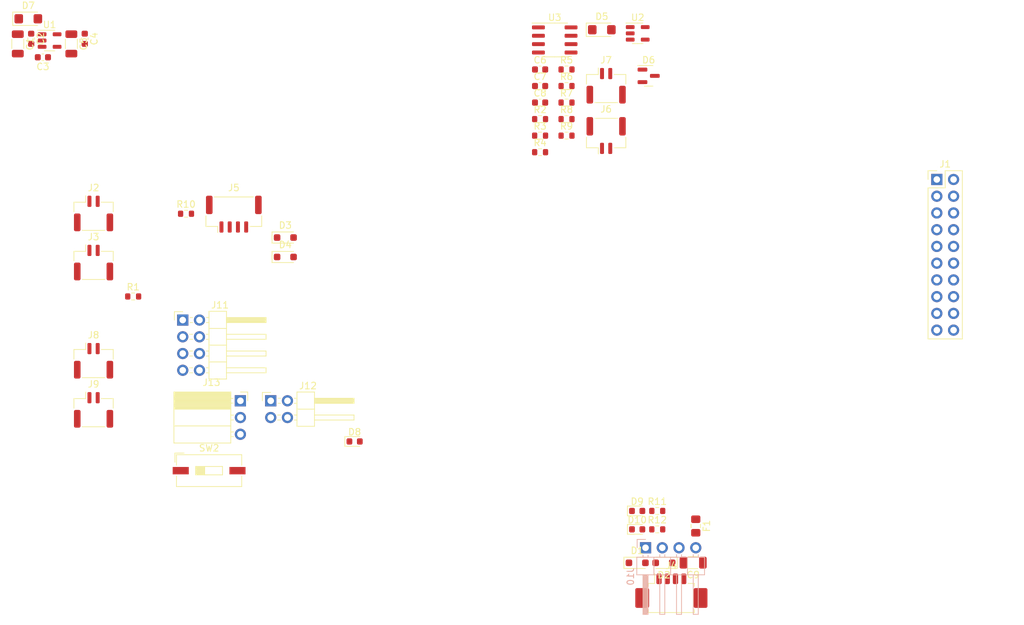
<source format=kicad_pcb>
(kicad_pcb (version 20221018) (generator pcbnew)
  (layers (0 "F.Cu" signal) (31 "B.Cu" signal) (34 "B.Paste" user) (35 "F.Paste" user) (36 "B.SilkS" user "B.Silkscreen") (37 "F.SilkS" user "F.Silkscreen") (38 "B.Mask" user) (39 "F.Mask" user) (44 "Edge.Cuts" user))
  (net 0 "")
  (net 1 "+5V")
  (net 2 "GND")
  (net 3 "Net-(U1-BP)")
  (net 4 "+3.3V")
  (net 5 "Net-(D5-A)")
  (net 6 "SWCLK")
  (net 7 "SWDIO")
  (net 8 "RX")
  (net 9 "TX")
  (net 10 "B-")
  (net 11 "A+")
  (net 12 "Net-(D7-K)")
  (net 13 "Net-(D8-A)")
  (net 14 "Net-(D9-A)")
  (net 15 "Net-(D10-A)")
  (net 19 "ADC")
  (net 20 "SCL")
  (net 21 "CAN_L")
  (net 22 "CAN_H")
  (net 23 "SDA")
  (net 24 "CH3")
  (net 25 "CH2")
  (net 26 "CH1")
  (net 27 "CH0")
  (net 29 "Net-(R1-Pad2)")
  (net 30 "Net-(U3-D)")
  (net 31 "Net-(U3-R)")
  (net 33 "RX485_DE")
  (net 34 "Net-(J10-Pin_4)")
  (footprint "Diode_SMD:D_SOD-323_HandSoldering" (layer "F.Cu") (at 110.6975 63.83)
    (fp_text reference "D4" (at 0 -1.85) (layer "F.SilkS"))
    (fp_text value "ESD5.0V")
    (pad "1" smd roundrect (at -1.25 0) (size 1 1) (layers "F.Cu" "F.Paste" "F.Mask") (net 9 "TX"))
    (pad "2" smd roundrect (at 1.25 0) (size 1 1) (layers "F.Cu" "F.Paste" "F.Mask") (net 2 "GND"))
  )
  (footprint "Resistor_SMD:R_0603_1608Metric" (layer "F.Cu") (at 167.132 102.362)
    (fp_text reference "R11" (at 0 -1.43) (layer "F.SilkS"))
    (fp_text value "2.2K")
    (pad "1" smd roundrect (at -0.825 0) (size 0.8 0.95) (layers "F.Cu" "F.Paste" "F.Mask") (net 14 "Net-(D9-A)"))
    (pad "2" smd roundrect (at 0.825 0) (size 0.8 0.95) (layers "F.Cu" "F.Paste" "F.Mask") (net 7 "SWDIO"))
  )
  (footprint "Connector_JST:JST_GH_SM02B-GHS-TB_1x02-1MP_P1.25mm_Horizontal" (layer "F.Cu") (at 81.6025 79.58)
    (fp_text reference "J8" (at 0 -3.9) (layer "F.SilkS"))
    (fp_text value "CAN_1")
    (pad "1" smd roundrect (at -0.625 -1.85) (size 0.6 1.7) (layers "F.Cu" "F.Paste" "F.Mask") (net 21 "CAN_L"))
    (pad "2" smd roundrect (at 0.625 -1.85) (size 0.6 1.7) (layers "F.Cu" "F.Paste" "F.Mask") (net 22 "CAN_H"))
    (pad "MP" smd roundrect (at -2.475 1.35) (size 1 2.7) (layers "F.Cu" "F.Paste" "F.Mask") (net 2 "GND"))
    (pad "MP" smd roundrect (at 2.475 1.35) (size 1 2.7) (layers "F.Cu" "F.Paste" "F.Mask") (net 2 "GND"))
  )
  (footprint "Capacitor_SMD:C_0603_1608Metric" (layer "F.Cu") (at 149.355 35.38)
    (fp_text reference "C6" (at 0 -1.43) (layer "F.SilkS"))
    (fp_text value "1pF")
    (pad "1" smd roundrect (at -0.775 0) (size 0.9 0.95) (layers "F.Cu" "F.Paste" "F.Mask") (net 5 "Net-(D5-A)"))
    (pad "2" smd roundrect (at 0.775 0) (size 0.9 0.95) (layers "F.Cu" "F.Paste" "F.Mask") (net 2 "GND"))
  )
  (footprint "LED_SMD:LED_0603_1608Metric" (layer "F.Cu") (at 164.084 105.156)
    (fp_text reference "D10" (at 0 -1.43) (layer "F.SilkS"))
    (fp_text value "LED")
    (pad "1" smd roundrect (at -0.7875 0) (size 0.875 0.95) (layers "F.Cu" "F.Paste" "F.Mask") (net 2 "GND"))
    (pad "2" smd roundrect (at 0.7875 0) (size 0.875 0.95) (layers "F.Cu" "F.Paste" "F.Mask") (net 15 "Net-(D10-A)"))
  )
  (footprint "Resistor_SMD:R_0603_1608Metric" (layer "F.Cu") (at 153.365 40.4)
    (fp_text reference "R7" (at 0 -1.43) (layer "F.SilkS"))
    (fp_text value "4.7K")
    (pad "1" smd roundrect (at -0.825 0) (size 0.8 0.95) (layers "F.Cu" "F.Paste" "F.Mask") (net 2 "GND"))
    (pad "2" smd roundrect (at 0.825 0) (size 0.8 0.95) (layers "F.Cu" "F.Paste" "F.Mask") (net 10 "B-"))
  )
  (footprint "Capacitor_SMD:C_0603_1608Metric" (layer "F.Cu") (at 149.355 37.89)
    (fp_text reference "C7" (at 0 -1.43) (layer "F.SilkS"))
    (fp_text value "100nF")
    (pad "1" smd roundrect (at -0.775 0) (size 0.9 0.95) (layers "F.Cu" "F.Paste" "F.Mask") (net 1 "+5V"))
    (pad "2" smd roundrect (at 0.775 0) (size 0.9 0.95) (layers "F.Cu" "F.Paste" "F.Mask") (net 2 "GND"))
  )
  (footprint "Resistor_SMD:R_0603_1608Metric" (layer "F.Cu") (at 149.355 42.91)
    (fp_text reference "R2" (at 0 -1.43) (layer "F.SilkS"))
    (fp_text value "4.7K")
    (pad "1" smd roundrect (at -0.825 0) (size 0.8 0.95) (layers "F.Cu" "F.Paste" "F.Mask") (net 4 "+3.3V"))
    (pad "2" smd roundrect (at 0.825 0) (size 0.8 0.95) (layers "F.Cu" "F.Paste" "F.Mask") (net 9 "TX"))
  )
  (footprint "Diode_SMD:D_SOD-323_HandSoldering" (layer "F.Cu") (at 110.6975 60.88)
    (fp_text reference "D3" (at 0 -1.85) (layer "F.SilkS"))
    (fp_text value "ESD5.0V")
    (pad "1" smd roundrect (at -1.25 0) (size 1 1) (layers "F.Cu" "F.Paste" "F.Mask") (net 8 "RX"))
    (pad "2" smd roundrect (at 1.25 0) (size 1 1) (layers "F.Cu" "F.Paste" "F.Mask") (net 2 "GND"))
  )
  (footprint "Resistor_SMD:R_0603_1608Metric" (layer "F.Cu") (at 95.6325 57.27)
    (fp_text reference "R10" (at 0 -1.43) (layer "F.SilkS"))
    (fp_text value "1K")
    (pad "1" smd roundrect (at -0.825 0) (size 0.8 0.95) (layers "F.Cu" "F.Paste" "F.Mask") (net 13 "Net-(D8-A)"))
    (pad "2" smd roundrect (at 0.825 0) (size 0.8 0.95) (layers "F.Cu" "F.Paste" "F.Mask") (net 4 "+3.3V"))
  )
  (footprint "Package_TO_SOT_SMD:SOT-23-5" (layer "F.Cu") (at 74.93 30.988)
    (fp_text reference "U1" (at 0 -2.4) (layer "F.SilkS"))
    (fp_text value "RS3236")
    (pad "1" smd roundrect (at -1.1375 -0.95) (size 1.325 0.6) (layers "F.Cu" "F.Paste" "F.Mask") (net 12 "Net-(D7-K)"))
    (pad "2" smd roundrect (at -1.1375 0) (size 1.325 0.6) (layers "F.Cu" "F.Paste" "F.Mask") (net 2 "GND"))
    (pad "3" smd roundrect (at -1.1375 0.95) (size 1.325 0.6) (layers "F.Cu" "F.Paste" "F.Mask") (net 12 "Net-(D7-K)"))
    (pad "4" smd roundrect (at 1.1375 0.95) (size 1.325 0.6) (layers "F.Cu" "F.Paste" "F.Mask") (net 3 "Net-(U1-BP)"))
    (pad "5" smd roundrect (at 1.1375 -0.95) (size 1.325 0.6) (layers "F.Cu" "F.Paste" "F.Mask") (net 4 "+3.3V"))
  )
  (footprint "Connector_Molex:Molex_PicoBlade_53261-0471_1x04-1MP_P1.25mm_Horizontal" (layer "F.Cu") (at 169.271 115.07)
    (fp_text reference "J4" (at 0 -4.4) (layer "F.SilkS"))
    (fp_text value "SWD")
    (pad "1" smd roundrect (at -1.875 -2.4) (size 0.8 1.6) (layers "F.Cu" "F.Paste" "F.Mask") (net 6 "SWCLK"))
    (pad "2" smd roundrect (at -0.625 -2.4) (size 0.8 1.6) (layers "F.Cu" "F.Paste" "F.Mask") (net 7 "SWDIO"))
    (pad "3" smd roundrect (at 0.625 -2.4) (size 0.8 1.6) (layers "F.Cu" "F.Paste" "F.Mask") (net 2 "GND"))
    (pad "4" smd roundrect (at 1.875 -2.4) (size 0.8 1.6) (layers "F.Cu" "F.Paste" "F.Mask") (net 34 "Net-(J10-Pin_4)"))
    (pad "MP" smd roundrect (at -4.425 0.5) (size 2.1 3) (layers "F.Cu" "F.Paste" "F.Mask") (roundrect_rratio 0.119048) (net 2 "GND"))
    (pad "MP" smd roundrect (at 4.425 0.5) (size 2.1 3) (layers "F.Cu" "F.Paste" "F.Mask") (roundrect_rratio 0.119048) (net 2 "GND"))
  )
  (footprint "Capacitor_SMD:C_1206_3216Metric" (layer "F.Cu") (at 172.577091 110.209978 180)
    (fp_text reference "C9" (at 0 -1.85) (layer "F.SilkS"))
    (fp_text value "10uF")
    (pad "1" smd roundrect (at -1.475 0 180) (size 1.15 1.8) (layers "F.Cu" "F.Paste" "F.Mask") (roundrect_rratio 0.217391) (net 34 "Net-(J10-Pin_4)"))
    (pad "2" smd roundrect (at 1.475 0 180) (size 1.15 1.8) (layers "F.Cu" "F.Paste" "F.Mask") (roundrect_rratio 0.217391) (net 2 "GND"))
  )
  (footprint "Connector_JST:JST_GH_SM02B-GHS-TB_1x02-1MP_P1.25mm_Horizontal" (layer "F.Cu") (at 81.6025 87.03)
    (fp_text reference "J9" (at 0 -3.9) (layer "F.SilkS"))
    (fp_text value "CAN_2")
    (pad "1" smd roundrect (at -0.625 -1.85) (size 0.6 1.7) (layers "F.Cu" "F.Paste" "F.Mask") (net 22 "CAN_H"))
    (pad "2" smd roundrect (at 0.625 -1.85) (size 0.6 1.7) (layers "F.Cu" "F.Paste" "F.Mask") (net 21 "CAN_L"))
    (pad "MP" smd roundrect (at -2.475 1.35) (size 1 2.7) (layers "F.Cu" "F.Paste" "F.Mask") (net 2 "GND"))
    (pad "MP" smd roundrect (at 2.475 1.35) (size 1 2.7) (layers "F.Cu" "F.Paste" "F.Mask") (net 2 "GND"))
  )
  (footprint "Connector_JST:JST_GH_SM02B-GHS-TB_1x02-1MP_P1.25mm_Horizontal" (layer "F.Cu") (at 159.375 37.85)
    (fp_text reference "J7" (at 0 -3.9) (layer "F.SilkS"))
    (fp_text value "RS-485")
    (pad "1" smd roundrect (at -0.625 -1.85) (size 0.6 1.7) (layers "F.Cu" "F.Paste" "F.Mask") (net 11 "A+"))
    (pad "2" smd roundrect (at 0.625 -1.85) (size 0.6 1.7) (layers "F.Cu" "F.Paste" "F.Mask") (net 10 "B-"))
    (pad "MP" smd roundrect (at -2.475 1.35) (size 1 2.7) (layers "F.Cu" "F.Paste" "F.Mask") (net 2 "GND"))
    (pad "MP" smd roundrect (at 2.475 1.35) (size 1 2.7) (layers "F.Cu" "F.Paste" "F.Mask") (net 2 "GND"))
  )
  (footprint "Capacitor_SMD:C_0603_1608Metric" (layer "F.Cu") (at 80.264 30.721 -90)
    (fp_text reference "C4" (at 0 -1.43 90) (layer "F.SilkS"))
    (fp_text value "100nF")
    (pad "1" smd roundrect (at -0.775 0 270) (size 0.9 0.95) (layers "F.Cu" "F.Paste" "F.Mask") (net 4 "+3.3V"))
    (pad "2" smd roundrect (at 0.775 0 270) (size 0.9 0.95) (layers "F.Cu" "F.Paste" "F.Mask") (net 2 "GND"))
  )
  (footprint "Connector_PinHeader_2.54mm:PinHeader_2x04_P2.54mm_Horizontal" (layer "F.Cu") (at 95.1325 73.4)
    (fp_text reference "J11" (at 5.655 -2.27) (layer "F.SilkS"))
    (fp_text value "Conn_02x04_Counter_Clockwise")
    (pad "1" thru_hole rect (at 0 0) (size 1.7 1.7) (drill 1) (layers "*.Cu" "*.Mask") (net 27 "CH0"))
    (pad "2" thru_hole oval (at 2.54 0) (size 1.7 1.7) (drill 1) (layers "*.Cu" "*.Mask") (net 26 "CH1"))
    (pad "3" thru_hole oval (at 0 2.54) (size 1.7 1.7) (drill 1) (layers "*.Cu" "*.Mask") (net 25 "CH2"))
    (pad "4" thru_hole oval (at 2.54 2.54) (size 1.7 1.7) (drill 1) (layers "*.Cu" "*.Mask") (net 24 "CH3"))
    (pad "5" thru_hole oval (at 0 5.08) (size 1.7 1.7) (drill 1) (layers "*.Cu" "*.Mask") (net 2 "GND"))
    (pad "6" thru_hole oval (at 2.54 5.08) (size 1.7 1.7) (drill 1) (layers "*.Cu" "*.Mask") (net 2 "GND"))
    (pad "7" thru_hole oval (at 0 7.62) (size 1.7 1.7) (drill 1) (layers "*.Cu" "*.Mask") (net 2 "GND"))
    (pad "8" thru_hole oval (at 2.54 7.62) (size 1.7 1.7) (drill 1) (layers "*.Cu" "*.Mask") (net 2 "GND"))
  )
  (footprint "Resistor_SMD:R_0603_1608Metric" (layer "F.Cu") (at 167.132 105.156)
    (fp_text reference "R12" (at 0 -1.43) (layer "F.SilkS"))
    (fp_text value "2.2K")
    (pad "1" smd roundrect (at -0.825 0) (size 0.8 0.95) (layers "F.Cu" "F.Paste" "F.Mask") (net 15 "Net-(D10-A)"))
    (pad "2" smd roundrect (at 0.825 0) (size 0.8 0.95) (layers "F.Cu" "F.Paste" "F.Mask") (net 6 "SWCLK"))
  )
  (footprint "Capacitor_SMD:C_0603_1608Metric" (layer "F.Cu") (at 149.355 40.4)
    (fp_text reference "C8" (at 0 -1.43) (layer "F.SilkS"))
    (fp_text value "100nF")
    (pad "1" smd roundrect (at -0.775 0) (size 0.9 0.95) (layers "F.Cu" "F.Paste" "F.Mask") (net 1 "+5V"))
    (pad "2" smd roundrect (at 0.775 0) (size 0.9 0.95) (layers "F.Cu" "F.Paste" "F.Mask") (net 2 "GND"))
  )
  (footprint "Connector_PinSocket_2.54mm:PinSocket_1x03_P2.54mm_Horizontal" (layer "F.Cu") (at 103.8825 85.65)
    (fp_text reference "J13" (at -4.38 -2.77) (layer "F.SilkS"))
    (fp_text value "Conn_UART")
    (pad "1" thru_hole rect (at 0 0) (size 1.7 1.7) (drill 1) (layers "*.Cu" "*.Mask") (net 8 "RX"))
    (pad "2" thru_hole oval (at 0 2.54) (size 1.7 1.7) (drill 1) (layers "*.Cu" "*.Mask") (net 2 "GND"))
    (pad "3" thru_hole oval (at 0 5.08) (size 1.7 1.7) (drill 1) (layers "*.Cu" "*.Mask") (net 9 "TX"))
  )
  (footprint "Capacitor_SMD:C_1206_3216Metric" (layer "F.Cu") (at 78.232 31.496 -90)
    (fp_text reference "C5" (at 0 -1.85 90) (layer "F.SilkS"))
    (fp_text value "10uF")
    (pad "1" smd roundrect (at -1.475 0 270) (size 1.15 1.8) (layers "F.Cu" "F.Paste" "F.Mask") (roundrect_rratio 0.217391) (net 4 "+3.3V"))
    (pad "2" smd roundrect (at 1.475 0 270) (size 1.15 1.8) (layers "F.Cu" "F.Paste" "F.Mask") (roundrect_rratio 0.217391) (net 2 "GND"))
  )
  (footprint "Resistor_SMD:R_0603_1608Metric" (layer "F.Cu") (at 153.365 37.89)
    (fp_text reference "R6" (at 0 -1.43) (layer "F.SilkS"))
    (fp_text value "4.7K")
    (pad "1" smd roundrect (at -0.825 0) (size 0.8 0.95) (layers "F.Cu" "F.Paste" "F.Mask") (net 4 "+3.3V"))
    (pad "2" smd roundrect (at 0.825 0) (size 0.8 0.95) (layers "F.Cu" "F.Paste" "F.Mask") (net 31 "Net-(U3-R)"))
  )
  (footprint "Diode_SMD:D_SOD-323_HandSoldering" (layer "F.Cu") (at 164.084 110.236)
    (fp_text reference "D1" (at 0 -1.85) (layer "F.SilkS"))
    (fp_text value "ESD3.3V")
    (pad "1" smd roundrect (at -1.25 0) (size 1 1) (layers "F.Cu" "F.Paste" "F.Mask") (net 6 "SWCLK"))
    (pad "2" smd roundrect (at 1.25 0) (size 1 1) (layers "F.Cu" "F.Paste" "F.Mask") (net 2 "GND"))
  )
  (footprint "Capacitor_SMD:C_1206_3216Metric" (layer "F.Cu") (at 70.104 31.496 -90)
    (fp_text reference "C1" (at 0 -1.85 90) (layer "F.SilkS"))
    (fp_text value "10uF")
    (pad "1" smd roundrect (at -1.475 0 270) (size 1.15 1.8) (layers "F.Cu" "F.Paste" "F.Mask") (roundrect_rratio 0.217391) (net 12 "Net-(D7-K)"))
    (pad "2" smd roundrect (at 1.475 0 270) (size 1.15 1.8) (layers "F.Cu" "F.Paste" "F.Mask") (roundrect_rratio 0.217391) (net 2 "GND"))
  )
  (footprint "Capacitor_SMD:C_0603_1608Metric" (layer "F.Cu") (at 73.914 33.528 180)
    (fp_text reference "C3" (at 0 -1.43) (layer "F.SilkS"))
    (fp_text value "10nF")
    (pad "1" smd roundrect (at -0.775 0 180) (size 0.9 0.95) (layers "F.Cu" "F.Paste" "F.Mask") (net 3 "Net-(U1-BP)"))
    (pad "2" smd roundrect (at 0.775 0 180) (size 0.9 0.95) (layers "F.Cu" "F.Paste" "F.Mask") (net 2 "GND"))
  )
  (footprint "LED_SMD:LED_0603_1608Metric" (layer "F.Cu") (at 164.084 102.362)
    (fp_text reference "D9" (at 0 -1.43) (layer "F.SilkS"))
    (fp_text value "LED")
    (pad "1" smd roundrect (at -0.7875 0) (size 0.875 0.95) (layers "F.Cu" "F.Paste" "F.Mask") (net 2 "GND"))
    (pad "2" smd roundrect (at 0.7875 0) (size 0.875 0.95) (layers "F.Cu" "F.Paste" "F.Mask") (net 14 "Net-(D9-A)"))
  )
  (footprint "Diode_SMD:D_SOD-323_HandSoldering" (layer "F.Cu") (at 168.148 110.236 180)
    (fp_text reference "D2" (at 0 -1.85) (layer "F.SilkS"))
    (fp_text value "ESD3.3V")
    (pad "1" smd roundrect (at -1.25 0 180) (size 1 1) (layers "F.Cu" "F.Paste" "F.Mask") (net 7 "SWDIO"))
    (pad "2" smd roundrect (at 1.25 0 180) (size 1 1) (layers "F.Cu" "F.Paste" "F.Mask") (net 2 "GND"))
  )
  (footprint "Connector_JST:JST_GH_BM02B-GHS-TBT_1x02-1MP_P1.25mm_Vertical" (layer "F.Cu") (at 159.375 45.4)
    (fp_text reference "J6" (at 0 -4) (layer "F.SilkS"))
    (fp_text value "RS-485")
    (pad "1" smd roundrect (at -0.625 1.95) (size 0.6 1.7) (layers "F.Cu" "F.Paste" "F.Mask") (net 10 "B-"))
    (pad "2" smd roundrect (at 0.625 1.95) (size 0.6 1.7) (layers "F.Cu" "F.Paste" "F.Mask") (net 11 "A+"))
    (pad "MP" smd roundrect (at -2.475 -1.4) (size 1 2.8) (layers "F.Cu" "F.Paste" "F.Mask") (net 2 "GND"))
    (pad "MP" smd roundrect (at 2.475 -1.4) (size 1 2.8) (layers "F.Cu" "F.Paste" "F.Mask") (net 2 "GND"))
  )
  (footprint "Connector_PinHeader_2.54mm:PinHeader_2x10_P2.54mm_Vertical" (layer "F.Cu") (at 209.55 52.07)
    (fp_text reference "J1" (at 1.27 -2.33) (layer "F.SilkS"))
    (fp_text value "Conn_02x10_Counter_Clockwise")
    (pad "1" thru_hole rect (at 0 0) (size 1.7 1.7) (drill 1) (layers "*.Cu" "*.Mask") (net 1 "+5V"))
    (pad "2" thru_hole oval (at 2.54 0) (size 1.7 1.7) (drill 1) (layers "*.Cu" "*.Mask"))
    (pad "3" thru_hole oval (at 0 2.54) (size 1.7 1.7) (drill 1) (layers "*.Cu" "*.Mask"))
    (pad "4" thru_hole oval (at 2.54 2.54) (size 1.7 1.7) (drill 1) (layers "*.Cu" "*.Mask"))
    (pad "5" thru_hole oval (at 0 5.08) (size 1.7 1.7) (drill 1) (layers "*.Cu" "*.Mask") (net 19 "ADC"))
    (pad "6" thru_hole oval (at 2.54 5.08) (size 1.7 1.7) (drill 1) (layers "*.Cu" "*.Mask") (net 20 "SCL"))
    (pad "7" thru_hole oval (at 0 7.62) (size 1.7 1.7) (drill 1) (layers "*.Cu" "*.Mask") (net 21 "CAN_L"))
    (pad "8" thru_hole oval (at 2.54 7.62) (size 1.7 1.7) (drill 1) (layers "*.Cu" "*.Mask") (net 8 "RX"))
    (pad "9" thru_hole oval (at 0 10.16) (size 1.7 1.7) (drill 1) (layers "*.Cu" "*.Mask") (net 9 "TX"))
    (pad "10" thru_hole oval (at 2.54 10.16) (size 1.7 1.7) (drill 1) (layers "*.Cu" "*.Mask") (net 2 "GND"))
    (pad "11" thru_hole oval (at 0 12.7) (size 1.7 1.7) (drill 1) (layers "*.Cu" "*.Mask") (net 2 "GND"))
    (pad "12" thru_hole oval (at 2.54 12.7) (size 1.7 1.7) (drill 1) (layers "*.Cu" "*.Mask") (net 6 "SWCLK"))
    (pad "13" thru_hole oval (at 0 15.24) (size 1.7 1.7) (drill 1) (layers "*.Cu" "*.Mask") (net 7 "SWDIO"))
    (pad "14" thru_hole oval (at 2.54 15.24) (size 1.7 1.7) (drill 1) (layers "*.Cu" "*.Mask") (net 22 "CAN_H"))
    (pad "15" thru_hole oval (at 0 17.78) (size 1.7 1.7) (drill 1) (layers "*.Cu" "*.Mask") (net 23 "SDA"))
    (pad "16" thru_hole oval (at 2.54 17.78) (size 1.7 1.7) (drill 1) (layers "*.Cu" "*.Mask") (net 24 "CH3"))
    (pad "17" thru_hole oval (at 0 20.32) (size 1.7 1.7) (drill 1) (layers "*.Cu" "*.Mask") (net 25 "CH2"))
    (pad "18" thru_hole oval (at 2.54 20.32) (size 1.7 1.7) (drill 1) (layers "*.Cu" "*.Mask") (net 26 "CH1"))
    (pad "19" thru_hole oval (at 0 22.86) (size 1.7 1.7) (drill 1) (layers "*.Cu" "*.Mask") (net 27 "CH0"))
    (pad "20" thru_hole oval (at 2.54 22.86) (size 1.7 1.7) (drill 1) (layers "*.Cu" "*.Mask"))
  )
  (footprint "Resistor_SMD:R_0603_1608Metric" (layer "F.Cu") (at 87.6125 69.82)
    (fp_text reference "R1" (at 0 -1.43) (layer "F.SilkS"))
    (fp_text value "120R")
    (pad "1" smd roundrect (at -0.825 0) (size 0.8 0.95) (layers "F.Cu" "F.Paste" "F.Mask") (net 21 "CAN_L"))
    (pad "2" smd roundrect (at 0.825 0) (size 0.8 0.95) (layers "F.Cu" "F.Paste" "F.Mask") (net 29 "Net-(R1-Pad2)"))
  )
  (footprint "Capacitor_SMD:C_0603_1608Metric" (layer "F.Cu") (at 72.136 30.721 -90)
    (fp_text reference "C2" (at 0 -1.43 90) (layer "F.SilkS"))
    (fp_text value "100nF")
    (pad "1" smd roundrect (at -0.775 0 270) (size 0.9 0.95) (layers "F.Cu" "F.Paste" "F.Mask") (net 12 "Net-(D7-K)"))
    (pad "2" smd roundrect (at 0.775 0 270) (size 0.9 0.95) (layers "F.Cu" "F.Paste" "F.Mask") (net 2 "GND"))
  )
  (footprint "Resistor_SMD:R_0603_1608Metric" (layer "F.Cu") (at 153.365 42.91)
    (fp_text reference "R8" (at 0 -1.43) (layer "F.SilkS"))
    (fp_text value "120R")
    (pad "1" smd roundrect (at -0.825 0) (size 0.8 0.95) (layers "F.Cu" "F.Paste" "F.Mask") (net 10 "B-"))
    (pad "2" smd roundrect (at 0.825 0) (size 0.8 0.95) (layers "F.Cu" "F.Paste" "F.Mask") (net 11 "A+"))
  )
  (footprint "Resistor_SMD:R_0603_1608Metric" (layer "F.Cu") (at 149.355 45.42)
    (fp_text reference "R3" (at 0 -1.43) (layer "F.SilkS"))
    (fp_text value "33R")
    (pad "1" smd roundrect (at -0.825 0) (size 0.8 0.95) (layers "F.Cu" "F.Paste" "F.Mask") (net 30 "Net-(U3-D)"))
    (pad "2" smd roundrect (at 0.825 0) (size 0.8 0.95) (layers "F.Cu" "F.Paste" "F.Mask") (net 9 "TX"))
  )
  (footprint "Button_Switch_SMD:SW_DIP_SPSTx01_Slide_9.78x4.72mm_W8.61mm_P2.54mm" (layer "F.Cu") (at 99.1325 96.25)
    (fp_text reference "SW2" (at 0 -3.42) (layer "F.SilkS"))
    (fp_text value "SW_DIP_x01")
    (pad "1" smd rect (at -4.305 0) (size 2.44 1.12) (layers "F.Cu" "F.Paste" "F.Mask") (net 29 "Net-(R1-Pad2)"))
    (pad "2" smd rect (at 4.305 0) (size 2.44 1.12) (layers "F.Cu" "F.Paste" "F.Mask") (net 22 "CAN_H"))
  )
  (footprint "Connector_JST:JST_GH_SM02B-GHS-TB_1x02-1MP_P1.25mm_Horizontal" (layer "F.Cu") (at 81.6025 64.68)
    (fp_text reference "J3" (at 0 -3.9) (layer "F.SilkS"))
    (fp_text value "CAN_2")
    (pad "1" smd roundrect (at -0.625 -1.85) (size 0.6 1.7) (layers "F.Cu" "F.Paste" "F.Mask") (net 22 "CAN_H"))
    (pad "2" smd roundrect (at 0.625 -1.85) (size 0.6 1.7) (layers "F.Cu" "F.Paste" "F.Mask") (net 21 "CAN_L"))
    (pad "MP" smd roundrect (at -2.475 1.35) (size 1 2.7) (layers "F.Cu" "F.Paste" "F.Mask") (net 2 "GND"))
    (pad "MP" smd roundrect (at 2.475 1.35) (size 1 2.7) (layers "F.Cu" "F.Paste" "F.Mask") (net 2 "GND"))
  )
  (footprint "Connector_JST:JST_GH_SM02B-GHS-TB_1x02-1MP_P1.25mm_Horizontal" (layer "F.Cu") (at 81.6025 57.23)
    (fp_text reference "J2" (at 0 -3.9) (layer "F.SilkS"))
    (fp_text value "CAN_1")
    (pad "1" smd roundrect (at -0.625 -1.85) (size 0.6 1.7) (layers "F.Cu" "F.Paste" "F.Mask") (net 21 "CAN_L"))
    (pad "2" smd roundrect (at 0.625 -1.85) (size 0.6 1.7) (layers "F.Cu" "F.Paste" "F.Mask") (net 22 "CAN_H"))
    (pad "MP" smd roundrect (at -2.475 1.35) (size 1 2.7) (layers "F.Cu" "F.Paste" "F.Mask") (net 2 "GND"))
    (pad "MP" smd roundrect (at 2.475 1.35) (size 1 2.7) (layers "F.Cu" "F.Paste" "F.Mask") (net 2 "GND"))
  )
  (footprint "Diode_SMD:D_SMF" (layer "F.Cu") (at 158.72 29.35)
    (fp_text reference "D5" (at 0 -2) (layer "F.SilkS"))
    (fp_text value "SS34 40V 3A")
    (pad "1" smd roundrect (at -1.45 0) (size 1.3 1.4) (layers "F.Cu" "F.Paste" "F.Mask") (roundrect_rratio 0.1923076923) (net 9 "TX"))
    (pad "2" smd roundrect (at 1.45 0) (size 1.3 1.4) (layers "F.Cu" "F.Paste" "F.Mask") (roundrect_rratio 0.1923076923) (net 5 "Net-(D5-A)"))
  )
  (footprint "Package_TO_SOT_SMD:SOT-23" (layer "F.Cu") (at 165.825 36.35)
    (fp_text reference "D6" (at 0 -2.4) (layer "F.SilkS"))
    (fp_text value "SM712")
    (pad "1" smd roundrect (at -0.9375 -0.95) (size 1.475 0.6) (layers "F.Cu" "F.Paste" "F.Mask") (net 10 "B-"))
    (pad "2" smd roundrect (at -0.9375 0.95) (size 1.475 0.6) (layers "F.Cu" "F.Paste" "F.Mask") (net 11 "A+"))
    (pad "3" smd roundrect (at 0.9375 0) (size 1.475 0.6) (layers "F.Cu" "F.Paste" "F.Mask") (net 2 "GND"))
  )
  (footprint "Resistor_SMD:R_0603_1608Metric" (layer "F.Cu") (at 153.365 45.42)
    (fp_text reference "R9" (at 0 -1.43) (layer "F.SilkS"))
    (fp_text value "4.7K")
    (pad "1" smd roundrect (at -0.825 0) (size 0.8 0.95) (layers "F.Cu" "F.Paste" "F.Mask") (net 11 "A+"))
    (pad "2" smd roundrect (at 0.825 0) (size 0.8 0.95) (layers "F.Cu" "F.Paste" "F.Mask") (net 1 "+5V"))
  )
  (footprint "Fuse:Fuse_0805_2012Metric_Pad1.15x1.40mm_HandSolder" (layer "F.Cu") (at 172.974 104.648 -90)
    (fp_text reference "F1" (at 0 -1.65 90) (layer "F.SilkS"))
    (fp_text value "Polyfuse")
    (pad "1" smd roundrect (at -1.025 0 270) (size 1.15 1.4) (layers "F.Cu" "F.Paste" "F.Mask") (roundrect_rratio 0.217391) (net 4 "+3.3V"))
    (pad "2" smd roundrect (at 1.025 0 270) (size 1.15 1.4) (layers "F.Cu" "F.Paste" "F.Mask") (roundrect_rratio 0.217391) (net 34 "Net-(J10-Pin_4)"))
  )
  (footprint "Connector_PinHeader_2.54mm:PinHeader_2x02_P2.54mm_Horizontal" (layer "F.Cu") (at 108.4825 85.65)
    (fp_text reference "J12" (at 5.655 -2.27) (layer "F.SilkS"))
    (fp_text value "Conn_02x02_Counter_Clockwise")
    (pad "1" thru_hole rect (at 0 0) (size 1.7 1.7) (drill 1) (layers "*.Cu" "*.Mask") (net 20 "SCL"))
    (pad "2" thru_hole oval (at 2.54 0) (size 1.7 1.7) (drill 1) (layers "*.Cu" "*.Mask") (net 23 "SDA"))
    (pad "3" thru_hole oval (at 0 2.54) (size 1.7 1.7) (drill 1) (layers "*.Cu" "*.Mask") (net 2 "GND"))
    (pad "4" thru_hole oval (at 2.54 2.54) (size 1.7 1.7) (drill 1) (layers "*.Cu" "*.Mask") (net 2 "GND"))
  )
  (footprint "Diode_SMD:D_SMF" (layer "F.Cu") (at 71.702 27.686)
    (fp_text reference "D7" (at 0 -2) (layer "F.SilkS"))
    (fp_text value "D_Schottky")
    (pad "1" smd roundrect (at -1.45 0) (size 1.3 1.4) (layers "F.Cu" "F.Paste" "F.Mask") (roundrect_rratio 0.1923076923) (net 12 "Net-(D7-K)"))
    (pad "2" smd roundrect (at 1.45 0) (size 1.3 1.4) (layers "F.Cu" "F.Paste" "F.Mask") (roundrect_rratio 0.1923076923) (net 1 "+5V"))
  )
  (footprint "Package_TO_SOT_SMD:SOT-23-5" (layer "F.Cu") (at 164.165 29.9)
    (fp_text reference "U2" (at 0 -2.4) (layer "F.SilkS"))
    (fp_text value "SN74LVC1G14DBV")
    (pad "1" smd roundrect (at -1.1375 -0.95) (size 1.325 0.6) (layers "F.Cu" "F.Paste" "F.Mask"))
    (pad "2" smd roundrect (at -1.1375 0) (size 1.325 0.6) (layers "F.Cu" "F.Paste" "F.Mask") (net 5 "Net-(D5-A)"))
    (pad "3" smd roundrect (at -1.1375 0.95) (size 1.325 0.6) (layers "F.Cu" "F.Paste" "F.Mask") (net 2 "GND"))
    (pad "4" smd roundrect (at 1.1375 0.95) (size 1.325 0.6) (layers "F.Cu" "F.Paste" "F.Mask") (net 33 "RX485_DE"))
    (pad "5" smd roundrect (at 1.1375 -0.95) (size 1.325 0.6) (layers "F.Cu" "F.Paste" "F.Mask") (net 1 "+5V"))
  )
  (footprint "Resistor_SMD:R_0603_1608Metric" (layer "F.Cu") (at 153.365 35.38)
    (fp_text reference "R5" (at 0 -1.43) (layer "F.SilkS"))
    (fp_text value "33K")
    (pad "1" smd roundrect (at -0.825 0) (size 0.8 0.95) (layers "F.Cu" "F.Paste" "F.Mask") (net 30 "Net-(U3-D)"))
    (pad "2" smd roundrect (at 0.825 0) (size 0.8 0.95) (layers "F.Cu" "F.Paste" "F.Mask") (net 5 "Net-(D5-A)"))
  )
  (footprint "Resistor_SMD:R_0603_1608Metric" (layer "F.Cu") (at 149.355 47.93)
    (fp_text reference "R4" (at 0 -1.43) (layer "F.SilkS"))
    (fp_text value "33R")
    (pad "1" smd roundrect (at -0.825 0) (size 0.8 0.95) (layers "F.Cu" "F.Paste" "F.Mask") (net 8 "RX"))
    (pad "2" smd roundrect (at 0.825 0) (size 0.8 0.95) (layers "F.Cu" "F.Paste" "F.Mask") (net 31 "Net-(U3-R)"))
  )
  (footprint "LED_SMD:LED_0603_1608Metric" (layer "F.Cu") (at 121.2125 91.82)
    (fp_text reference "D8" (at 0 -1.43) (layer "F.SilkS"))
    (fp_text value "LED")
    (pad "1" smd roundrect (at -0.7875 0) (size 0.875 0.95) (layers "F.Cu" "F.Paste" "F.Mask") (net 2 "GND"))
    (pad "2" smd roundrect (at 0.7875 0) (size 0.875 0.95) (layers "F.Cu" "F.Paste" "F.Mask") (net 13 "Net-(D8-A)"))
  )
  (footprint "Package_SO:SOIC-8_3.9x4.9mm_P1.27mm" (layer "F.Cu") (at 151.575 30.9)
    (fp_text reference "U3" (at 0 -3.4) (layer "F.SilkS"))
    (fp_text value "SN75176AD")
    (pad "1" smd roundrect (at -2.475 -1.905) (size 1.95 0.6) (layers "F.Cu" "F.Paste" "F.Mask") (net 31 "Net-(U3-R)"))
    (pad "2" smd roundrect (at -2.475 -0.635) (size 1.95 0.6) (layers "F.Cu" "F.Paste" "F.Mask") (net 33 "RX485_DE"))
    (pad "3" smd roundrect (at -2.475 0.635) (size 1.95 0.6) (layers "F.Cu" "F.Paste" "F.Mask") (net 33 "RX485_DE"))
    (pad "4" smd roundrect (at -2.475 1.905) (size 1.95 0.6) (layers "F.Cu" "F.Paste" "F.Mask") (net 30 "Net-(U3-D)"))
    (pad "5" smd roundrect (at 2.475 1.905) (size 1.95 0.6) (layers "F.Cu" "F.Paste" "F.Mask") (net 2 "GND"))
    (pad "6" smd roundrect (at 2.475 0.635) (size 1.95 0.6) (layers "F.Cu" "F.Paste" "F.Mask") (net 11 "A+"))
    (pad "7" smd roundrect (at 2.475 -0.635) (size 1.95 0.6) (layers "F.Cu" "F.Paste" "F.Mask") (net 10 "B-"))
    (pad "8" smd roundrect (at 2.475 -1.905) (size 1.95 0.6) (layers "F.Cu" "F.Paste" "F.Mask") (net 1 "+5V"))
  )
  (footprint "Connector_JST:JST_GH_BM04B-GHS-TBT_1x04-1MP_P1.25mm_Vertical" (layer "F.Cu") (at 102.8825 57.33)
    (fp_text reference "J5" (at 0 -4) (layer "F.SilkS"))
    (fp_text value "Conn_01x04_MountingPin")
    (pad "1" smd roundrect (at -1.875 1.95) (size 0.6 1.7) (layers "F.Cu" "F.Paste" "F.Mask") (net 1 "+5V"))
    (pad "2" smd roundrect (at -0.625 1.95) (size 0.6 1.7) (layers "F.Cu" "F.Paste" "F.Mask") (net 2 "GND"))
    (pad "3" smd roundrect (at 0.625 1.95) (size 0.6 1.7) (layers "F.Cu" "F.Paste" "F.Mask") (net 9 "TX"))
    (pad "4" smd roundrect (at 1.875 1.95) (size 0.6 1.7) (layers "F.Cu" "F.Paste" "F.Mask") (net 8 "RX"))
    (pad "MP" smd roundrect (at -3.725 -1.4) (size 1 2.8) (layers "F.Cu" "F.Paste" "F.Mask") (net 2 "GND"))
    (pad "MP" smd roundrect (at 3.725 -1.4) (size 1 2.8) (layers "F.Cu" "F.Paste" "F.Mask") (net 2 "GND"))
  )
  (footprint "Connector_PinHeader_2.54mm:PinHeader_1x04_P2.54mm_Horizontal" (layer "B.Cu") (at 165.354 107.95 -90)
    (fp_text reference "J10" (at 4.385 2.27 90) (layer "B.SilkS") (effects (justify mirror)))
    (fp_text value "SWD_PinHeader")
    (pad "1" thru_hole rect (at 0 0 270) (size 1.7 1.7) (drill 1) (layers "*.Cu" "*.Mask") (net 6 "SWCLK"))
    (pad "2" thru_hole oval (at 0 -2.54 270) (size 1.7 1.7) (drill 1) (layers "*.Cu" "*.Mask") (net 7 "SWDIO"))
    (pad "3" thru_hole oval (at 0 -5.08 270) (size 1.7 1.7) (drill 1) (layers "*.Cu" "*.Mask") (net 2 "GND"))
    (pad "4" thru_hole oval (at 0 -7.62 270) (size 1.7 1.7) (drill 1) (layers "*.Cu" "*.Mask") (net 34 "Net-(J10-Pin_4)"))
  )
)
</source>
